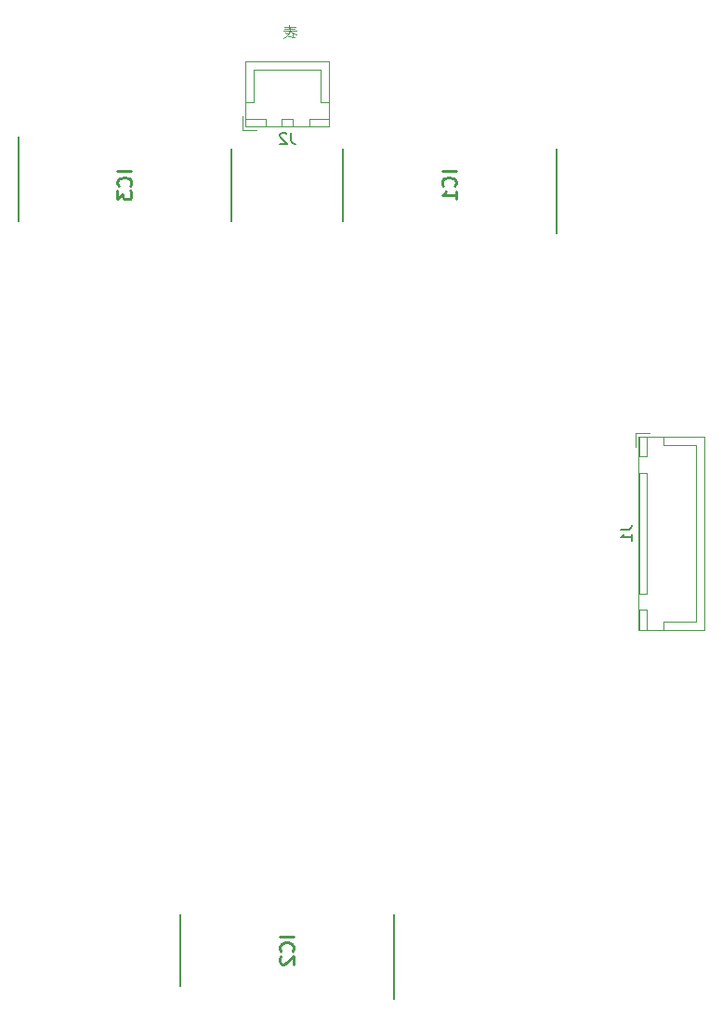
<source format=gbr>
%TF.GenerationSoftware,KiCad,Pcbnew,8.0.7*%
%TF.CreationDate,2025-02-18T21:39:35+09:00*%
%TF.ProjectId,LINESensorV3.1,4c494e45-5365-46e7-936f-7256332e312e,rev?*%
%TF.SameCoordinates,Original*%
%TF.FileFunction,Legend,Bot*%
%TF.FilePolarity,Positive*%
%FSLAX46Y46*%
G04 Gerber Fmt 4.6, Leading zero omitted, Abs format (unit mm)*
G04 Created by KiCad (PCBNEW 8.0.7) date 2025-02-18 21:39:35*
%MOMM*%
%LPD*%
G01*
G04 APERTURE LIST*
%ADD10C,0.100000*%
%ADD11C,0.254000*%
%ADD12C,0.150000*%
%ADD13C,0.200000*%
%ADD14C,0.120000*%
G04 APERTURE END LIST*
D10*
X200743734Y-103862419D02*
X199696115Y-103862419D01*
X200696115Y-104052895D02*
X199743734Y-104052895D01*
X200791353Y-104243371D02*
X199648496Y-104243371D01*
X200458020Y-104433847D02*
X200458020Y-104814800D01*
X200219925Y-104195752D02*
X200077068Y-104529085D01*
X200077068Y-104529085D02*
X199886591Y-104719561D01*
X199886591Y-104719561D02*
X199600877Y-104862419D01*
X200172306Y-103719561D02*
X200219925Y-104243371D01*
X200219925Y-104243371D02*
X200362782Y-104386228D01*
X200362782Y-104386228D02*
X200838972Y-104576704D01*
X199791353Y-104433847D02*
X200029449Y-104529085D01*
X200077068Y-104719561D02*
X200696115Y-104814800D01*
D11*
X215365957Y-117039464D02*
X214095957Y-117039464D01*
X215245004Y-118369941D02*
X215305481Y-118309465D01*
X215305481Y-118309465D02*
X215365957Y-118128036D01*
X215365957Y-118128036D02*
X215365957Y-118007084D01*
X215365957Y-118007084D02*
X215305481Y-117825655D01*
X215305481Y-117825655D02*
X215184528Y-117704703D01*
X215184528Y-117704703D02*
X215063576Y-117644226D01*
X215063576Y-117644226D02*
X214821671Y-117583750D01*
X214821671Y-117583750D02*
X214640242Y-117583750D01*
X214640242Y-117583750D02*
X214398338Y-117644226D01*
X214398338Y-117644226D02*
X214277385Y-117704703D01*
X214277385Y-117704703D02*
X214156433Y-117825655D01*
X214156433Y-117825655D02*
X214095957Y-118007084D01*
X214095957Y-118007084D02*
X214095957Y-118128036D01*
X214095957Y-118128036D02*
X214156433Y-118309465D01*
X214156433Y-118309465D02*
X214216909Y-118369941D01*
X215365957Y-119579465D02*
X215365957Y-118853750D01*
X215365957Y-119216607D02*
X214095957Y-119216607D01*
X214095957Y-119216607D02*
X214277385Y-119095655D01*
X214277385Y-119095655D02*
X214398338Y-118974703D01*
X214398338Y-118974703D02*
X214458814Y-118853750D01*
D12*
X200333333Y-113529819D02*
X200333333Y-114244104D01*
X200333333Y-114244104D02*
X200380952Y-114386961D01*
X200380952Y-114386961D02*
X200476190Y-114482200D01*
X200476190Y-114482200D02*
X200619047Y-114529819D01*
X200619047Y-114529819D02*
X200714285Y-114529819D01*
X199904761Y-113625057D02*
X199857142Y-113577438D01*
X199857142Y-113577438D02*
X199761904Y-113529819D01*
X199761904Y-113529819D02*
X199523809Y-113529819D01*
X199523809Y-113529819D02*
X199428571Y-113577438D01*
X199428571Y-113577438D02*
X199380952Y-113625057D01*
X199380952Y-113625057D02*
X199333333Y-113720295D01*
X199333333Y-113720295D02*
X199333333Y-113815533D01*
X199333333Y-113815533D02*
X199380952Y-113958390D01*
X199380952Y-113958390D02*
X199952380Y-114529819D01*
X199952380Y-114529819D02*
X199333333Y-114529819D01*
X230379819Y-149666666D02*
X231094104Y-149666666D01*
X231094104Y-149666666D02*
X231236961Y-149619047D01*
X231236961Y-149619047D02*
X231332200Y-149523809D01*
X231332200Y-149523809D02*
X231379819Y-149380952D01*
X231379819Y-149380952D02*
X231379819Y-149285714D01*
X231379819Y-150666666D02*
X231379819Y-150095238D01*
X231379819Y-150380952D02*
X230379819Y-150380952D01*
X230379819Y-150380952D02*
X230522676Y-150285714D01*
X230522676Y-150285714D02*
X230617914Y-150190476D01*
X230617914Y-150190476D02*
X230665533Y-150095238D01*
D11*
X185782679Y-117039464D02*
X184512679Y-117039464D01*
X185661726Y-118369941D02*
X185722203Y-118309465D01*
X185722203Y-118309465D02*
X185782679Y-118128036D01*
X185782679Y-118128036D02*
X185782679Y-118007084D01*
X185782679Y-118007084D02*
X185722203Y-117825655D01*
X185722203Y-117825655D02*
X185601250Y-117704703D01*
X185601250Y-117704703D02*
X185480298Y-117644226D01*
X185480298Y-117644226D02*
X185238393Y-117583750D01*
X185238393Y-117583750D02*
X185056964Y-117583750D01*
X185056964Y-117583750D02*
X184815060Y-117644226D01*
X184815060Y-117644226D02*
X184694107Y-117704703D01*
X184694107Y-117704703D02*
X184573155Y-117825655D01*
X184573155Y-117825655D02*
X184512679Y-118007084D01*
X184512679Y-118007084D02*
X184512679Y-118128036D01*
X184512679Y-118128036D02*
X184573155Y-118309465D01*
X184573155Y-118309465D02*
X184633631Y-118369941D01*
X184512679Y-118793274D02*
X184512679Y-119579465D01*
X184512679Y-119579465D02*
X184996488Y-119156131D01*
X184996488Y-119156131D02*
X184996488Y-119337560D01*
X184996488Y-119337560D02*
X185056964Y-119458512D01*
X185056964Y-119458512D02*
X185117441Y-119518988D01*
X185117441Y-119518988D02*
X185238393Y-119579465D01*
X185238393Y-119579465D02*
X185540774Y-119579465D01*
X185540774Y-119579465D02*
X185661726Y-119518988D01*
X185661726Y-119518988D02*
X185722203Y-119458512D01*
X185722203Y-119458512D02*
X185782679Y-119337560D01*
X185782679Y-119337560D02*
X185782679Y-118974703D01*
X185782679Y-118974703D02*
X185722203Y-118853750D01*
X185722203Y-118853750D02*
X185661726Y-118793274D01*
X200574318Y-186760237D02*
X199304318Y-186760237D01*
X200453365Y-188090714D02*
X200513842Y-188030238D01*
X200513842Y-188030238D02*
X200574318Y-187848809D01*
X200574318Y-187848809D02*
X200574318Y-187727857D01*
X200574318Y-187727857D02*
X200513842Y-187546428D01*
X200513842Y-187546428D02*
X200392889Y-187425476D01*
X200392889Y-187425476D02*
X200271937Y-187364999D01*
X200271937Y-187364999D02*
X200030032Y-187304523D01*
X200030032Y-187304523D02*
X199848603Y-187304523D01*
X199848603Y-187304523D02*
X199606699Y-187364999D01*
X199606699Y-187364999D02*
X199485746Y-187425476D01*
X199485746Y-187425476D02*
X199364794Y-187546428D01*
X199364794Y-187546428D02*
X199304318Y-187727857D01*
X199304318Y-187727857D02*
X199304318Y-187848809D01*
X199304318Y-187848809D02*
X199364794Y-188030238D01*
X199364794Y-188030238D02*
X199425270Y-188090714D01*
X199425270Y-188574523D02*
X199364794Y-188634999D01*
X199364794Y-188634999D02*
X199304318Y-188755952D01*
X199304318Y-188755952D02*
X199304318Y-189058333D01*
X199304318Y-189058333D02*
X199364794Y-189179285D01*
X199364794Y-189179285D02*
X199425270Y-189239761D01*
X199425270Y-189239761D02*
X199546222Y-189300238D01*
X199546222Y-189300238D02*
X199667175Y-189300238D01*
X199667175Y-189300238D02*
X199848603Y-189239761D01*
X199848603Y-189239761D02*
X200574318Y-188514047D01*
X200574318Y-188514047D02*
X200574318Y-189300238D01*
D13*
%TO.C,IC1*%
X205066639Y-114979227D02*
X205066639Y-121579227D01*
X224516639Y-114979227D02*
X224516639Y-122689227D01*
D14*
%TO.C,J2*%
X195900000Y-112025000D02*
X195900000Y-113275000D01*
X195900000Y-113275000D02*
X197150000Y-113275000D01*
X196190000Y-107015000D02*
X196190000Y-112985000D01*
X196190000Y-112985000D02*
X203810000Y-112985000D01*
X196200000Y-112225000D02*
X196200000Y-112975000D01*
X196200000Y-112975000D02*
X198000000Y-112975000D01*
X196950000Y-107775000D02*
X196950000Y-110725000D01*
X196950000Y-110725000D02*
X196200000Y-110725000D01*
X198000000Y-112225000D02*
X196200000Y-112225000D01*
X198000000Y-112975000D02*
X198000000Y-112225000D01*
X199500000Y-112225000D02*
X199500000Y-112975000D01*
X199500000Y-112975000D02*
X200500000Y-112975000D01*
X200000000Y-107775000D02*
X196950000Y-107775000D01*
X200000000Y-107775000D02*
X203050000Y-107775000D01*
X200500000Y-112225000D02*
X199500000Y-112225000D01*
X200500000Y-112975000D02*
X200500000Y-112225000D01*
X202000000Y-112225000D02*
X202000000Y-112975000D01*
X202000000Y-112975000D02*
X203800000Y-112975000D01*
X203050000Y-107775000D02*
X203050000Y-110725000D01*
X203050000Y-110725000D02*
X203800000Y-110725000D01*
X203800000Y-112225000D02*
X202000000Y-112225000D01*
X203800000Y-112975000D02*
X203800000Y-112225000D01*
X203810000Y-107015000D02*
X196190000Y-107015000D01*
X203810000Y-112985000D02*
X203810000Y-107015000D01*
%TO.C,J1*%
X231725000Y-140900000D02*
X231725000Y-142150000D01*
X232015000Y-141190000D02*
X232015000Y-158810000D01*
X232015000Y-158810000D02*
X237985000Y-158810000D01*
X232025000Y-141200000D02*
X232025000Y-143000000D01*
X232025000Y-143000000D02*
X232775000Y-143000000D01*
X232025000Y-144500000D02*
X232025000Y-155500000D01*
X232025000Y-155500000D02*
X232775000Y-155500000D01*
X232025000Y-157000000D02*
X232025000Y-158800000D01*
X232025000Y-158800000D02*
X232775000Y-158800000D01*
X232775000Y-141200000D02*
X232025000Y-141200000D01*
X232775000Y-143000000D02*
X232775000Y-141200000D01*
X232775000Y-144500000D02*
X232025000Y-144500000D01*
X232775000Y-155500000D02*
X232775000Y-144500000D01*
X232775000Y-157000000D02*
X232025000Y-157000000D01*
X232775000Y-158800000D02*
X232775000Y-157000000D01*
X232975000Y-140900000D02*
X231725000Y-140900000D01*
X234275000Y-141950000D02*
X234275000Y-141200000D01*
X234275000Y-158050000D02*
X234275000Y-158800000D01*
X237225000Y-141950000D02*
X234275000Y-141950000D01*
X237225000Y-150000000D02*
X237225000Y-141950000D01*
X237225000Y-150000000D02*
X237225000Y-158050000D01*
X237225000Y-158050000D02*
X234275000Y-158050000D01*
X237985000Y-141190000D02*
X232015000Y-141190000D01*
X237985000Y-158810000D02*
X237985000Y-141190000D01*
D13*
%TO.C,IC3*%
X175483361Y-121579227D02*
X175483361Y-113869227D01*
X194933361Y-121579227D02*
X194933361Y-114979227D01*
%TO.C,IC2*%
X209725000Y-184700000D02*
X209725000Y-192410000D01*
X190275000Y-184700000D02*
X190275000Y-191300000D01*
%TD*%
M02*

</source>
